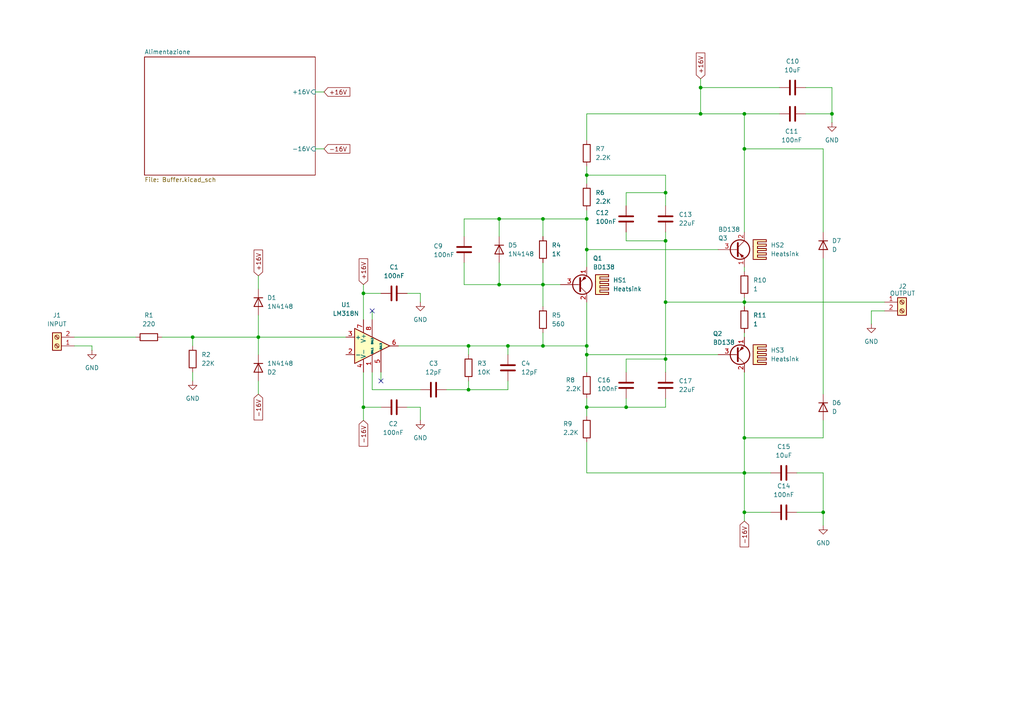
<source format=kicad_sch>
(kicad_sch (version 20231120) (generator "eeschema") (generator_version "8.0")
  (paper "A4")
  (lib_symbols
    (symbol "Amplifier_Operational:LM318N" (pin_names (offset 0.127))
      (property "Reference" "U" (at 3.81 3.81 0))
      (property "Value" "LM318N" (at 3.81 -3.81 0))
      (symbol "LM318N_0_1"
        (polyline (pts (xy 5.08 0) (xy -5.08 5.08) (xy -5.08 -5.08) (xy 5.08 0)) (stroke (width 0.254)) (fill (type background)))
      )
      (symbol "LM318N_1_1"
        (pin passive line (at 0 -7.62 90) (length 5.08) (name "BAL1") (number "1"))
        (pin input line (at -7.62 -2.54 0) (length 2.54) (name "-") (number "2"))
        (pin input line (at -7.62 2.54 0) (length 2.54) (name "+") (number "3"))
        (pin power_in line (at -2.54 -7.62 90) (length 3.81) (name "V-") (number "4"))
        (pin passive line (at 2.54 -7.62 90) (length 6.35) (name "BAL3") (number "5"))
        (pin output line (at 7.62 0 180) (length 2.54) (name "~") (number "6"))
        (pin power_in line (at -2.54 7.62 270) (length 3.81) (name "V+") (number "7"))
        (pin passive line (at 0 7.62 270) (length 5.08) (name "BAL2") (number "8"))
      )
    )
    (symbol "Connector:Screw_Terminal_01x02" (pin_names (offset 1.016) hide)
      (property "Reference" "J" (at 0 2.54 0))
      (property "Value" "Screw_Terminal_01x02" (at 0 -5.08 0))
      (symbol "Screw_Terminal_01x02_1_1"
        (rectangle (start -1.27 1.27) (end 1.27 -3.81) (stroke (width 0.254)) (fill (type background)))
        (circle (center 0 -2.54) (radius 0.635) (stroke (width 0.1524)))
        (polyline (pts (xy -0.5334 -2.2098) (xy 0.3302 -3.048)) (stroke (width 0.1524)))
        (polyline (pts (xy -0.5334 0.3302) (xy 0.3302 -0.508)) (stroke (width 0.1524)))
        (polyline (pts (xy -0.3556 -2.032) (xy 0.508 -2.8702)) (stroke (width 0.1524)))
        (polyline (pts (xy -0.3556 0.508) (xy 0.508 -0.3302)) (stroke (width 0.1524)))
        (circle (center 0 0) (radius 0.635) (stroke (width 0.1524)))
        (pin passive line (at -5.08 0 0) (length 3.81) (name "Pin_1") (number "1"))
        (pin passive line (at -5.08 -2.54 0) (length 3.81) (name "Pin_2") (number "2"))
      )
    )
    (symbol "Device:C" (pin_numbers hide) (pin_names (offset 0.254))
      (property "Reference" "C" (at 0.635 2.54 0))
      (property "Value" "C" (at 0.635 -2.54 0))
      (symbol "C_0_1"
        (polyline (pts (xy -2.032 -0.762) (xy 2.032 -0.762)) (stroke (width 0.508)))
        (polyline (pts (xy -2.032 0.762) (xy 2.032 0.762)) (stroke (width 0.508)))
      )
      (symbol "C_1_1"
        (pin passive line (at 0 3.81 270) (length 2.794) (name "~") (number "1"))
        (pin passive line (at 0 -3.81 90) (length 2.794) (name "~") (number "2"))
      )
    )
    (symbol "Device:D" (pin_numbers hide) (pin_names (offset 1.016) hide)
      (property "Reference" "D" (at 0 2.54 0))
      (property "Value" "D" (at 0 -2.54 0))
      (symbol "D_0_1"
        (polyline (pts (xy -1.27 1.27) (xy -1.27 -1.27)) (stroke (width 0.254)))
        (polyline (pts (xy 1.27 0) (xy -1.27 0)))
        (polyline (pts (xy 1.27 1.27) (xy 1.27 -1.27) (xy -1.27 0) (xy 1.27 1.27)) (stroke (width 0.254)))
      )
      (symbol "D_1_1"
        (pin passive line (at -3.81 0 0) (length 2.54) (name "K") (number "1"))
        (pin passive line (at 3.81 0 180) (length 2.54) (name "A") (number "2"))
      )
    )
    (symbol "Device:R" (pin_numbers hide) (pin_names (offset 0))
      (property "Reference" "R" (at 2.032 0 90))
      (property "Value" "R" (at 0 0 90))
      (symbol "R_0_1"
        (rectangle (start -1.016 -2.54) (end 1.016 2.54) (stroke (width 0.254)))
      )
      (symbol "R_1_1"
        (pin passive line (at 0 3.81 270) (length 1.27) (name "~") (number "1"))
        (pin passive line (at 0 -3.81 90) (length 1.27) (name "~") (number "2"))
      )
    )
    (symbol "Diode:1N4148" (pin_numbers hide) (pin_names hide)
      (property "Reference" "D" (at 0 2.54 0))
      (property "Value" "1N4148" (at 0 -2.54 0))
      (symbol "1N4148_0_1"
        (polyline (pts (xy -1.27 1.27) (xy -1.27 -1.27)) (stroke (width 0.254)))
        (polyline (pts (xy 1.27 0) (xy -1.27 0)))
        (polyline (pts (xy 1.27 1.27) (xy 1.27 -1.27) (xy -1.27 0) (xy 1.27 1.27)) (stroke (width 0.254)))
      )
      (symbol "1N4148_1_1"
        (pin passive line (at -3.81 0 0) (length 2.54) (name "K") (number "1"))
        (pin passive line (at 3.81 0 180) (length 2.54) (name "A") (number "2"))
      )
    )
    (symbol "Mechanical:Heatsink" (pin_names (offset 1.016)) (exclude_from_sim yes)
      (property "Reference" "HS" (at 0 5.08 0))
      (property "Value" "Heatsink" (at 0 -1.27 0))
      (symbol "Heatsink_0_1"
        (polyline (pts (xy -0.3302 1.27) (xy -0.9652 1.27) (xy -0.9652 3.81) (xy -1.6002 3.81) (xy -1.6002 1.27) (xy -2.2352 1.27) (xy -2.2352 3.81) (xy -2.8702 3.81) (xy -2.8702 0) (xy -0.9652 0)) (stroke (width 0.254)) (fill (type background)))
        (polyline (pts (xy -0.3302 1.27) (xy -0.3302 3.81) (xy 0.3048 3.81) (xy 0.3048 1.27) (xy 0.9398 1.27) (xy 0.9398 3.81) (xy 1.5748 3.81) (xy 1.5748 1.27) (xy 2.2098 1.27) (xy 2.2098 3.81) (xy 2.8448 3.81) (xy 2.8448 0) (xy -0.9652 0)) (stroke (width 0.254)) (fill (type background)))
      )
    )
    (symbol "Transistor_BJT:BD138" (pin_names (offset 0) hide)
      (property "Reference" "Q" (at 5.08 1.905 0))
      (property "Value" "BD138" (at 5.08 0 0))
      (symbol "BD138_0_1"
        (polyline (pts (xy 0 0) (xy 0.635 0)))
        (polyline (pts (xy 2.54 -2.54) (xy 0.635 -0.635)))
        (polyline (pts (xy 2.54 2.54) (xy 0.635 0.635)))
        (polyline (pts (xy 0.635 1.905) (xy 0.635 -1.905) (xy 0.635 -1.905)) (stroke (width 0.508)) (fill (type outline)))
        (polyline (pts (xy 1.778 -2.286) (xy 2.286 -1.778) (xy 1.27 -1.27) (xy 1.778 -2.286) (xy 1.778 -2.286)) (fill (type outline)))
        (circle (center 1.27 0) (radius 2.8194) (stroke (width 0.3048)))
      )
      (symbol "BD138_1_1"
        (pin passive line (at 2.54 -5.08 90) (length 2.54) (name "E") (number "1"))
        (pin passive line (at 2.54 5.08 270) (length 2.54) (name "C") (number "2"))
        (pin input line (at -5.08 0 0) (length 5.08) (name "B") (number "3"))
      )
    )
    (symbol "power:GND" (power) (pin_numbers hide) (pin_names (offset 0) hide)
      (property "Value" "GND" (at 0 -3.81 0))
      (symbol "GND_0_1"
        (polyline (pts (xy 0 0) (xy 0 -1.27) (xy 1.27 -1.27) (xy 0 -2.54) (xy -1.27 -1.27) (xy 0 -1.27)))
      )
      (symbol "GND_1_1"
        (pin power_in line (at 0 0 270) (length 0) (name "~") (number "1"))
      )
    )
  )
  (junction (at 55.88 97.79))
  (junction (at 193.04 87.63))
  (junction (at 215.9 33.02))
  (junction (at 241.3 33.02))
  (junction (at 144.78 63.5))
  (junction (at 135.89 113.03))
  (junction (at 105.41 85.09))
  (junction (at 215.9 148.59))
  (junction (at 215.9 43.18))
  (junction (at 193.04 55.88))
  (junction (at 170.18 50.8))
  (junction (at 238.76 148.59))
  (junction (at 193.04 104.14))
  (junction (at 157.48 63.5))
  (junction (at 74.93 97.79))
  (junction (at 170.18 100.33))
  (junction (at 147.32 100.33))
  (junction (at 193.04 69.85))
  (junction (at 170.18 118.11))
  (junction (at 135.89 100.33))
  (junction (at 215.9 127))
  (junction (at 170.18 63.5))
  (junction (at 215.9 87.63))
  (junction (at 215.9 137.16))
  (junction (at 170.18 72.39))
  (junction (at 170.18 102.87))
  (junction (at 157.48 100.33))
  (junction (at 203.2 25.4))
  (junction (at 105.41 118.11))
  (junction (at 181.61 118.11))
  (junction (at 157.48 82.55))
  (junction (at 144.78 82.55))
  (junction (at 203.2 33.02))
  (no_connect (at 110.49 110.49))
  (no_connect (at 107.95 90.17))
  (wire (pts (xy 193.04 87.63) (xy 215.9 87.63)))
  (wire (pts (xy 105.41 118.11) (xy 105.41 121.92)))
  (wire (pts (xy 170.18 102.87) (xy 170.18 107.95)))
  (wire (pts (xy 144.78 63.5) (xy 157.48 63.5)))
  (wire (pts (xy 238.76 127) (xy 215.9 127)))
  (wire (pts (xy 181.61 104.14) (xy 193.04 104.14)))
  (wire (pts (xy 74.93 110.49) (xy 74.93 114.3)))
  (wire (pts (xy 121.92 85.09) (xy 118.11 85.09)))
  (wire (pts (xy 203.2 22.86) (xy 203.2 25.4)))
  (wire (pts (xy 193.04 50.8) (xy 170.18 50.8)))
  (wire (pts (xy 170.18 137.16) (xy 170.18 128.27)))
  (wire (pts (xy 241.3 25.4) (xy 241.3 33.02)))
  (wire (pts (xy 193.04 107.95) (xy 193.04 104.14)))
  (wire (pts (xy 147.32 110.49) (xy 147.32 113.03)))
  (wire (pts (xy 144.78 82.55) (xy 157.48 82.55)))
  (wire (pts (xy 193.04 87.63) (xy 193.04 104.14)))
  (wire (pts (xy 134.62 76.2) (xy 134.62 82.55)))
  (wire (pts (xy 238.76 74.93) (xy 238.76 114.3)))
  (wire (pts (xy 107.95 90.17) (xy 107.95 92.71)))
  (wire (pts (xy 238.76 121.92) (xy 238.76 127)))
  (wire (pts (xy 215.9 77.47) (xy 215.9 78.74)))
  (wire (pts (xy 170.18 137.16) (xy 215.9 137.16)))
  (wire (pts (xy 181.61 115.57) (xy 181.61 118.11)))
  (wire (pts (xy 215.9 87.63) (xy 215.9 88.9)))
  (wire (pts (xy 215.9 33.02) (xy 226.06 33.02)))
  (wire (pts (xy 241.3 33.02) (xy 241.3 35.56)))
  (wire (pts (xy 170.18 40.64) (xy 170.18 33.02)))
  (wire (pts (xy 170.18 33.02) (xy 203.2 33.02)))
  (wire (pts (xy 215.9 43.18) (xy 215.9 67.31)))
  (wire (pts (xy 74.93 97.79) (xy 74.93 102.87)))
  (wire (pts (xy 193.04 50.8) (xy 193.04 55.88)))
  (wire (pts (xy 215.9 148.59) (xy 223.52 148.59)))
  (wire (pts (xy 157.48 63.5) (xy 170.18 63.5)))
  (wire (pts (xy 105.41 107.95) (xy 105.41 118.11)))
  (wire (pts (xy 170.18 100.33) (xy 170.18 102.87)))
  (wire (pts (xy 170.18 63.5) (xy 170.18 72.39)))
  (wire (pts (xy 55.88 97.79) (xy 55.88 100.33)))
  (wire (pts (xy 110.49 110.49) (xy 110.49 107.95)))
  (wire (pts (xy 55.88 97.79) (xy 74.93 97.79)))
  (wire (pts (xy 129.54 113.03) (xy 135.89 113.03)))
  (wire (pts (xy 170.18 48.26) (xy 170.18 50.8)))
  (wire (pts (xy 157.48 82.55) (xy 162.56 82.55)))
  (wire (pts (xy 252.73 93.98) (xy 252.73 90.17)))
  (wire (pts (xy 233.68 25.4) (xy 241.3 25.4)))
  (wire (pts (xy 134.62 82.55) (xy 144.78 82.55)))
  (wire (pts (xy 170.18 100.33) (xy 157.48 100.33)))
  (wire (pts (xy 21.59 97.79) (xy 39.37 97.79)))
  (wire (pts (xy 203.2 25.4) (xy 226.06 25.4)))
  (wire (pts (xy 93.98 43.18) (xy 91.44 43.18)))
  (wire (pts (xy 215.9 86.36) (xy 215.9 87.63)))
  (wire (pts (xy 105.41 82.55) (xy 105.41 85.09)))
  (wire (pts (xy 170.18 115.57) (xy 170.18 118.11)))
  (wire (pts (xy 55.88 107.95) (xy 55.88 110.49)))
  (wire (pts (xy 74.93 97.79) (xy 100.33 97.79)))
  (wire (pts (xy 215.9 148.59) (xy 215.9 151.13)))
  (wire (pts (xy 135.89 110.49) (xy 135.89 113.03)))
  (wire (pts (xy 26.67 100.33) (xy 26.67 101.6)))
  (wire (pts (xy 170.18 60.96) (xy 170.18 63.5)))
  (wire (pts (xy 181.61 69.85) (xy 193.04 69.85)))
  (wire (pts (xy 238.76 137.16) (xy 238.76 148.59)))
  (wire (pts (xy 170.18 72.39) (xy 170.18 77.47)))
  (wire (pts (xy 107.95 113.03) (xy 107.95 107.95)))
  (wire (pts (xy 231.14 148.59) (xy 238.76 148.59)))
  (wire (pts (xy 46.99 97.79) (xy 55.88 97.79)))
  (wire (pts (xy 74.93 91.44) (xy 74.93 97.79)))
  (wire (pts (xy 193.04 59.69) (xy 193.04 55.88)))
  (wire (pts (xy 157.48 100.33) (xy 147.32 100.33)))
  (wire (pts (xy 115.57 100.33) (xy 135.89 100.33)))
  (wire (pts (xy 181.61 67.31) (xy 181.61 69.85)))
  (wire (pts (xy 121.92 87.63) (xy 121.92 85.09)))
  (wire (pts (xy 170.18 50.8) (xy 170.18 53.34)))
  (wire (pts (xy 215.9 33.02) (xy 215.9 43.18)))
  (wire (pts (xy 121.92 121.92) (xy 121.92 118.11)))
  (wire (pts (xy 157.48 82.55) (xy 157.48 88.9)))
  (wire (pts (xy 105.41 85.09) (xy 110.49 85.09)))
  (wire (pts (xy 193.04 69.85) (xy 193.04 87.63)))
  (wire (pts (xy 135.89 100.33) (xy 147.32 100.33)))
  (wire (pts (xy 144.78 63.5) (xy 144.78 68.58)))
  (wire (pts (xy 93.98 26.67) (xy 91.44 26.67)))
  (wire (pts (xy 238.76 148.59) (xy 238.76 152.4)))
  (wire (pts (xy 105.41 85.09) (xy 105.41 92.71)))
  (wire (pts (xy 181.61 59.69) (xy 181.61 55.88)))
  (wire (pts (xy 193.04 118.11) (xy 193.04 115.57)))
  (wire (pts (xy 238.76 67.31) (xy 238.76 43.18)))
  (wire (pts (xy 181.61 107.95) (xy 181.61 104.14)))
  (wire (pts (xy 215.9 107.95) (xy 215.9 127)))
  (wire (pts (xy 147.32 102.87) (xy 147.32 100.33)))
  (wire (pts (xy 134.62 63.5) (xy 144.78 63.5)))
  (wire (pts (xy 203.2 25.4) (xy 203.2 33.02)))
  (wire (pts (xy 203.2 33.02) (xy 215.9 33.02)))
  (wire (pts (xy 121.92 118.11) (xy 118.11 118.11)))
  (wire (pts (xy 105.41 118.11) (xy 110.49 118.11)))
  (wire (pts (xy 215.9 87.63) (xy 256.54 87.63)))
  (wire (pts (xy 21.59 100.33) (xy 26.67 100.33)))
  (wire (pts (xy 181.61 118.11) (xy 170.18 118.11)))
  (wire (pts (xy 181.61 118.11) (xy 193.04 118.11)))
  (wire (pts (xy 170.18 118.11) (xy 170.18 120.65)))
  (wire (pts (xy 144.78 76.2) (xy 144.78 82.55)))
  (wire (pts (xy 157.48 76.2) (xy 157.48 82.55)))
  (wire (pts (xy 135.89 100.33) (xy 135.89 102.87)))
  (wire (pts (xy 74.93 80.01) (xy 74.93 83.82)))
  (wire (pts (xy 252.73 90.17) (xy 256.54 90.17)))
  (wire (pts (xy 157.48 63.5) (xy 157.48 68.58)))
  (wire (pts (xy 121.92 113.03) (xy 107.95 113.03)))
  (wire (pts (xy 135.89 113.03) (xy 147.32 113.03)))
  (wire (pts (xy 223.52 137.16) (xy 215.9 137.16)))
  (wire (pts (xy 215.9 127) (xy 215.9 137.16)))
  (wire (pts (xy 215.9 137.16) (xy 215.9 148.59)))
  (wire (pts (xy 134.62 68.58) (xy 134.62 63.5)))
  (wire (pts (xy 157.48 96.52) (xy 157.48 100.33)))
  (wire (pts (xy 233.68 33.02) (xy 241.3 33.02)))
  (wire (pts (xy 215.9 96.52) (xy 215.9 97.79)))
  (wire (pts (xy 170.18 102.87) (xy 208.28 102.87)))
  (wire (pts (xy 238.76 43.18) (xy 215.9 43.18)))
  (wire (pts (xy 170.18 87.63) (xy 170.18 100.33)))
  (wire (pts (xy 181.61 55.88) (xy 193.04 55.88)))
  (wire (pts (xy 170.18 72.39) (xy 208.28 72.39)))
  (wire (pts (xy 193.04 67.31) (xy 193.04 69.85)))
  (wire (pts (xy 231.14 137.16) (xy 238.76 137.16)))
  (global_label "+16V" (shape input) (at 105.41 82.55 90) (property "Intersheetrefs" "${INTERSHEET_REFS}" (effects (hide yes))))
  (global_label "-16V" (shape input) (at 74.93 114.3 270) (property "Intersheetrefs" "${INTERSHEET_REFS}" (effects (hide yes))))
  (global_label "-16V" (shape input) (at 105.41 121.92 270) (property "Intersheetrefs" "${INTERSHEET_REFS}" (effects (hide yes))))
  (global_label "-16V" (shape input) (at 215.9 151.13 270) (property "Intersheetrefs" "${INTERSHEET_REFS}" (effects (hide yes))))
  (global_label "+16V" (shape input) (at 93.98 26.67 0) (property "Intersheetrefs" "${INTERSHEET_REFS}" (effects (hide yes))))
  (global_label "+16V" (shape input) (at 203.2 22.86 90) (property "Intersheetrefs" "${INTERSHEET_REFS}" (effects (hide yes))))
  (global_label "-16V" (shape input) (at 93.98 43.18 0) (property "Intersheetrefs" "${INTERSHEET_REFS}" (effects (hide yes))))
  (global_label "+16V" (shape input) (at 74.93 80.01 90) (property "Intersheetrefs" "${INTERSHEET_REFS}" (effects (hide yes))))
  (symbol (lib_id "power:GND") (at 121.92 87.63 0) (unit 1)
    (property "Reference" "#PWR03" (effects (hide yes)))
    (property "Value" "GND" (at 121.92 92.71 0))
    (property "Description" "Power symbol creates a global label with name \"GND\" , ground" (effects (hide yes)))
  )
  (symbol (lib_id "Device:C") (at 193.04 111.76 0) (unit 1)
    (property "Reference" "C17" (at 196.85 110.4899 0) (effects (justify left)))
    (property "Value" "22uF" (at 196.85 113.0299 0) (effects (justify left)))
    (property "Footprint" "Capacitor_THT:C_Rect_L7.0mm_W2.0mm_P5.00mm" (effects (hide yes)))
    (property "Description" "Unpolarized capacitor" (effects (hide yes)))
  )
  (symbol (lib_id "Device:C") (at 193.04 63.5 0) (unit 1)
    (property "Reference" "C13" (at 196.85 62.2299 0) (effects (justify left)))
    (property "Value" "22uF" (at 196.85 64.7699 0) (effects (justify left)))
    (property "Footprint" "Capacitor_THT:C_Rect_L7.0mm_W2.0mm_P5.00mm" (effects (hide yes)))
    (property "Description" "Unpolarized capacitor" (effects (hide yes)))
  )
  (symbol (lib_id "Mechanical:Heatsink") (at 172.72 82.55 270) (unit 1) (exclude_from_sim yes)
    (property "Reference" "HS1" (at 177.8 81.2672 90) (effects (justify left)))
    (property "Value" "Heatsink" (at 177.8 83.8072 90) (effects (justify left)))
    (property "Description" "Heatsink" (effects (hide yes)))
  )
  (symbol (lib_id "Device:R") (at 170.18 57.15 0) (unit 1)
    (property "Reference" "R6" (at 172.72 55.8799 0) (effects (justify left)))
    (property "Value" "2.2K" (at 172.72 58.4199 0) (effects (justify left)))
    (property "Footprint" "Resistor_THT:R_Axial_DIN0207_L6.3mm_D2.5mm_P7.62mm_Horizontal" (effects (hide yes)))
    (property "Description" "Resistor" (effects (hide yes)))
  )
  (symbol (lib_id "Connector:Screw_Terminal_01x02") (at 16.51 100.33 180) (unit 1)
    (property "Reference" "J1" (at 16.51 91.44 0))
    (property "Value" "INPUT" (at 16.51 93.98 0))
    (property "Footprint" "TerminalBlock:TerminalBlock_Xinya_XY308-2.54-2P_1x02_P2.54mm_Horizontal" (effects (hide yes)))
    (property "Description" "Generic screw terminal, single row, 01x02, script generated (kicad-library-utils/schlib/autogen/connector/)" (effects (hide yes)))
  )
  (symbol (lib_id "Amplifier_Operational:LM318N") (at 107.95 100.33 0) (unit 1)
    (property "Reference" "U1" (at 100.33 88.392 0))
    (property "Value" "LM318N" (at 100.33 90.932 0))
    (property "Footprint" "Package_DIP:CERDIP-8_W7.62mm_SideBrazed_Socket" (effects (hide yes)))
    (property "Datasheet" "http://www.ti.com/lit/ds/symlink/lm318-n.pdf" (effects (hide yes)))
    (property "Description" "Operational Amplifier, DIP-8" (effects (hide yes)))
  )
  (symbol (lib_id "Diode:1N4148") (at 74.93 106.68 90) (mirror x) (unit 1)
    (property "Reference" "D2" (at 77.47 107.9501 90) (effects (justify right)))
    (property "Value" "1N4148" (at 77.47 105.4101 90) (effects (justify right)))
    (property "Footprint" "Diode_THT:D_DO-35_SOD27_P7.62mm_Horizontal" (effects (hide yes)))
    (property "Datasheet" "https://assets.nexperia.com/documents/data-sheet/1N4148_1N4448.pdf" (effects (hide yes)))
    (property "Description" "100V 0.15A standard switching diode, DO-35" (effects (hide yes)))
    (property "Sim.Device" "D" (effects (hide yes)))
    (property "Sim.Pins" "1=K 2=A" (effects (hide yes)))
  )
  (symbol (lib_id "Device:C") (at 114.3 85.09 90) (unit 1)
    (property "Reference" "C1" (at 114.3 77.47 90))
    (property "Value" "100nF" (at 114.3 80.01 90))
    (property "Footprint" "Capacitor_THT:C_Rect_L7.0mm_W2.0mm_P5.00mm" (effects (hide yes)))
    (property "Description" "Unpolarized capacitor" (effects (hide yes)))
  )
  (symbol (lib_id "Device:D") (at 238.76 71.12 270) (unit 1)
    (property "Reference" "D7" (at 241.3 69.8499 90) (effects (justify left)))
    (property "Value" "D" (at 241.3 72.3899 90) (effects (justify left)))
    (property "Footprint" "Diode_THT:D_DO-35_SOD27_P7.62mm_Horizontal" (effects (hide yes)))
    (property "Description" "Diode" (effects (hide yes)))
    (property "Sim.Device" "D" (effects (hide yes)))
    (property "Sim.Pins" "1=K 2=A" (effects (hide yes)))
  )
  (symbol (lib_id "Device:R") (at 170.18 124.46 0) (unit 1)
    (property "Reference" "R9" (at 163.322 122.936 0) (effects (justify left)))
    (property "Value" "2.2K" (at 163.322 125.476 0) (effects (justify left)))
    (property "Footprint" "Resistor_THT:R_Axial_DIN0207_L6.3mm_D2.5mm_P7.62mm_Horizontal" (effects (hide yes)))
    (property "Description" "Resistor" (effects (hide yes)))
  )
  (symbol (lib_id "Diode:1N4148") (at 74.93 87.63 270) (unit 1)
    (property "Reference" "D1" (at 77.47 86.3599 90) (effects (justify left)))
    (property "Value" "1N4148" (at 77.47 88.8999 90) (effects (justify left)))
    (property "Footprint" "Diode_THT:D_DO-35_SOD27_P7.62mm_Horizontal" (effects (hide yes)))
    (property "Datasheet" "https://assets.nexperia.com/documents/data-sheet/1N4148_1N4448.pdf" (effects (hide yes)))
    (property "Description" "100V 0.15A standard switching diode, DO-35" (effects (hide yes)))
    (property "Sim.Device" "D" (effects (hide yes)))
    (property "Sim.Pins" "1=K 2=A" (effects (hide yes)))
  )
  (symbol (lib_id "power:GND") (at 238.76 152.4 0) (unit 1)
    (property "Reference" "#PWR010" (effects (hide yes)))
    (property "Value" "GND" (at 238.76 157.48 0))
    (property "Description" "Power symbol creates a global label with name \"GND\" , ground" (effects (hide yes)))
  )
  (symbol (lib_id "Transistor_BJT:BD138") (at 213.36 72.39 0) (unit 1)
    (property "Reference" "Q3" (at 208.28 69.088 0) (effects (justify left)))
    (property "Value" "BD138" (at 208.28 66.548 0) (effects (justify left)))
    (property "Footprint" "Package_TO_SOT_THT:TO-126-3_Vertical" (effects (hide yes)))
    (property "Datasheet" "http://www.st.com/internet/com/TECHNICAL_RESOURCES/TECHNICAL_LITERATURE/DATASHEET/CD00001225.pdf" (effects (hide yes)))
    (property "Description" "1.5A Ic, 60V Vce, Low Voltage Transistor, TO-126" (effects (hide yes)))
  )
  (symbol (lib_id "Device:R") (at 55.88 104.14 0) (unit 1)
    (property "Reference" "R2" (at 58.42 102.8699 0) (effects (justify left)))
    (property "Value" "22K" (at 58.42 105.4099 0) (effects (justify left)))
    (property "Footprint" "Resistor_THT:R_Axial_DIN0207_L6.3mm_D2.5mm_P7.62mm_Horizontal" (effects (hide yes)))
    (property "Description" "Resistor" (effects (hide yes)))
  )
  (symbol (lib_id "power:GND") (at 241.3 35.56 0) (unit 1)
    (property "Reference" "#PWR05" (effects (hide yes)))
    (property "Value" "GND" (at 241.3 40.64 0))
    (property "Description" "Power symbol creates a global label with name \"GND\" , ground" (effects (hide yes)))
  )
  (symbol (lib_id "Mechanical:Heatsink") (at 218.44 72.39 270) (unit 1) (exclude_from_sim yes)
    (property "Reference" "HS2" (at 223.52 71.1072 90) (effects (justify left)))
    (property "Value" "Heatsink" (at 223.52 73.6472 90) (effects (justify left)))
    (property "Description" "Heatsink" (effects (hide yes)))
  )
  (symbol (lib_id "Device:C") (at 147.32 106.68 0) (unit 1)
    (property "Reference" "C4" (at 151.13 105.4099 0) (effects (justify left)))
    (property "Value" "12pF" (at 151.13 107.9499 0) (effects (justify left)))
    (property "Footprint" "Capacitor_THT:C_Rect_L7.0mm_W2.0mm_P5.00mm" (effects (hide yes)))
    (property "Description" "Unpolarized capacitor" (effects (hide yes)))
  )
  (symbol (lib_id "power:GND") (at 26.67 101.6 0) (unit 1)
    (property "Reference" "#PWR01" (effects (hide yes)))
    (property "Value" "GND" (at 26.67 106.68 0))
    (property "Description" "Power symbol creates a global label with name \"GND\" , ground" (effects (hide yes)))
  )
  (symbol (lib_id "power:GND") (at 252.73 93.98 0) (unit 1)
    (property "Reference" "#PWR011" (effects (hide yes)))
    (property "Value" "GND" (at 252.73 99.06 0))
    (property "Description" "Power symbol creates a global label with name \"GND\" , ground" (effects (hide yes)))
  )
  (symbol (lib_id "Device:R") (at 215.9 82.55 0) (unit 1)
    (property "Reference" "R10" (at 218.44 81.2799 0) (effects (justify left)))
    (property "Value" "1" (at 218.44 83.8199 0) (effects (justify left)))
    (property "Footprint" "Resistor_SMD:R_2512_6332Metric_Pad1.40x3.35mm_HandSolder" (effects (hide yes)))
    (property "Description" "Resistor" (effects (hide yes)))
  )
  (symbol (lib_id "Device:R") (at 43.18 97.79 90) (unit 1)
    (property "Reference" "R1" (at 43.18 91.44 90))
    (property "Value" "220" (at 43.18 93.98 90))
    (property "Footprint" "Resistor_THT:R_Axial_DIN0207_L6.3mm_D2.5mm_P7.62mm_Horizontal" (effects (hide yes)))
    (property "Description" "Resistor" (effects (hide yes)))
  )
  (symbol (lib_id "Device:R") (at 157.48 92.71 0) (unit 1)
    (property "Reference" "R5" (at 160.02 91.4399 0) (effects (justify left)))
    (property "Value" "560" (at 160.02 93.9799 0) (effects (justify left)))
    (property "Footprint" "Resistor_THT:R_Axial_DIN0207_L6.3mm_D2.5mm_P7.62mm_Horizontal" (effects (hide yes)))
    (property "Description" "Resistor" (effects (hide yes)))
  )
  (symbol (lib_id "Device:C") (at 227.33 137.16 90) (unit 1)
    (property "Reference" "C15" (at 227.33 129.54 90))
    (property "Value" "10uF" (at 227.33 132.08 90))
    (property "Footprint" "Capacitor_THT:C_Rect_L7.0mm_W2.0mm_P5.00mm" (effects (hide yes)))
    (property "Description" "Unpolarized capacitor" (effects (hide yes)))
  )
  (symbol (lib_id "Device:C") (at 134.62 72.39 0) (unit 1)
    (property "Reference" "C9" (at 125.73 71.374 0) (effects (justify left)))
    (property "Value" "100nF" (at 125.73 73.914 0) (effects (justify left)))
    (property "Footprint" "Capacitor_THT:C_Rect_L7.0mm_W2.0mm_P5.00mm" (effects (hide yes)))
    (property "Description" "Unpolarized capacitor" (effects (hide yes)))
  )
  (symbol (lib_id "Device:R") (at 157.48 72.39 0) (unit 1)
    (property "Reference" "R4" (at 160.02 71.1199 0) (effects (justify left)))
    (property "Value" "1K" (at 160.02 73.6599 0) (effects (justify left)))
    (property "Footprint" "Resistor_THT:R_Axial_DIN0207_L6.3mm_D2.5mm_P7.62mm_Horizontal" (effects (hide yes)))
    (property "Description" "Resistor" (effects (hide yes)))
  )
  (symbol (lib_id "Device:R") (at 170.18 44.45 0) (unit 1)
    (property "Reference" "R7" (at 172.72 43.1799 0) (effects (justify left)))
    (property "Value" "2.2K" (at 172.72 45.7199 0) (effects (justify left)))
    (property "Footprint" "Resistor_THT:R_Axial_DIN0207_L6.3mm_D2.5mm_P7.62mm_Horizontal" (effects (hide yes)))
    (property "Description" "Resistor" (effects (hide yes)))
  )
  (symbol (lib_id "Connector:Screw_Terminal_01x02") (at 261.62 87.63 0) (unit 1)
    (property "Reference" "J2" (at 260.604 83.058 0) (effects (justify left)))
    (property "Value" "OUTPUT" (at 258.064 85.09 0) (effects (justify left)))
    (property "Footprint" "TerminalBlock:TerminalBlock_Xinya_XY308-2.54-2P_1x02_P2.54mm_Horizontal" (effects (hide yes)))
    (property "Description" "Generic screw terminal, single row, 01x02, script generated (kicad-library-utils/schlib/autogen/connector/)" (effects (hide yes)))
  )
  (symbol (lib_id "Device:R") (at 135.89 106.68 0) (unit 1)
    (property "Reference" "R3" (at 138.43 105.4099 0) (effects (justify left)))
    (property "Value" "10K" (at 138.43 107.9499 0) (effects (justify left)))
    (property "Footprint" "Resistor_THT:R_Axial_DIN0207_L6.3mm_D2.5mm_P7.62mm_Horizontal" (effects (hide yes)))
    (property "Description" "Resistor" (effects (hide yes)))
  )
  (symbol (lib_id "power:GND") (at 121.92 121.92 0) (unit 1)
    (property "Reference" "#PWR04" (effects (hide yes)))
    (property "Value" "GND" (at 121.92 127 0))
    (property "Description" "Power symbol creates a global label with name \"GND\" , ground" (effects (hide yes)))
  )
  (symbol (lib_id "Mechanical:Heatsink") (at 218.44 102.87 270) (unit 1) (exclude_from_sim yes)
    (property "Reference" "HS3" (at 223.52 101.5872 90) (effects (justify left)))
    (property "Value" "Heatsink" (at 223.52 104.1272 90) (effects (justify left)))
    (property "Description" "Heatsink" (effects (hide yes)))
  )
  (symbol (lib_id "Device:C") (at 181.61 111.76 0) (unit 1)
    (property "Reference" "C16" (at 173.228 110.236 0) (effects (justify left)))
    (property "Value" "100nF" (at 173.228 112.776 0) (effects (justify left)))
    (property "Footprint" "Capacitor_THT:C_Rect_L7.0mm_W2.0mm_P5.00mm" (effects (hide yes)))
    (property "Description" "Unpolarized capacitor" (effects (hide yes)))
  )
  (symbol (lib_id "Device:R") (at 170.18 111.76 0) (unit 1)
    (property "Reference" "R8" (at 164.084 110.236 0) (effects (justify left)))
    (property "Value" "2.2K" (at 164.084 112.776 0) (effects (justify left)))
    (property "Footprint" "Resistor_THT:R_Axial_DIN0207_L6.3mm_D2.5mm_P7.62mm_Horizontal" (effects (hide yes)))
    (property "Description" "Resistor" (effects (hide yes)))
  )
  (symbol (lib_id "Device:C") (at 227.33 148.59 90) (unit 1)
    (property "Reference" "C14" (at 227.33 140.97 90))
    (property "Value" "100nF" (at 227.33 143.51 90))
    (property "Footprint" "Capacitor_THT:C_Rect_L7.0mm_W2.0mm_P5.00mm" (effects (hide yes)))
    (property "Description" "Unpolarized capacitor" (effects (hide yes)))
  )
  (symbol (lib_id "power:GND") (at 55.88 110.49 0) (unit 1)
    (property "Reference" "#PWR02" (effects (hide yes)))
    (property "Value" "GND" (at 55.88 115.57 0))
    (property "Description" "Power symbol creates a global label with name \"GND\" , ground" (effects (hide yes)))
  )
  (symbol (lib_id "Device:C") (at 229.87 25.4 90) (unit 1)
    (property "Reference" "C10" (at 229.87 17.78 90))
    (property "Value" "10uF" (at 229.87 20.32 90))
    (property "Footprint" "Capacitor_THT:C_Rect_L7.0mm_W2.0mm_P5.00mm" (effects (hide yes)))
    (property "Description" "Unpolarized capacitor" (effects (hide yes)))
  )
  (symbol (lib_id "Device:C") (at 125.73 113.03 90) (unit 1)
    (property "Reference" "C3" (at 125.73 105.41 90))
    (property "Value" "12pF" (at 125.73 107.95 90))
    (property "Footprint" "Capacitor_THT:C_Rect_L7.0mm_W2.0mm_P5.00mm" (effects (hide yes)))
    (property "Description" "Unpolarized capacitor" (effects (hide yes)))
  )
  (symbol (lib_id "Device:C") (at 114.3 118.11 90) (unit 1)
    (property "Reference" "C2" (at 114.046 122.936 90))
    (property "Value" "100nF" (at 114.046 125.476 90))
    (property "Footprint" "Capacitor_THT:C_Rect_L7.0mm_W2.0mm_P5.00mm" (effects (hide yes)))
    (property "Description" "Unpolarized capacitor" (effects (hide yes)))
  )
  (symbol (lib_id "Diode:1N4148") (at 144.78 72.39 270) (unit 1)
    (property "Reference" "D5" (at 147.32 71.1199 90) (effects (justify left)))
    (property "Value" "1N4148" (at 147.32 73.6599 90) (effects (justify left)))
    (property "Footprint" "Diode_THT:D_DO-35_SOD27_P7.62mm_Horizontal" (effects (hide yes)))
    (property "Datasheet" "https://assets.nexperia.com/documents/data-sheet/1N4148_1N4448.pdf" (effects (hide yes)))
    (property "Description" "100V 0.15A standard switching diode, DO-35" (effects (hide yes)))
    (property "Sim.Device" "D" (effects (hide yes)))
    (property "Sim.Pins" "1=K 2=A" (effects (hide yes)))
  )
  (symbol (lib_id "Device:R") (at 215.9 92.71 0) (unit 1)
    (property "Reference" "R11" (at 218.44 91.4399 0) (effects (justify left)))
    (property "Value" "1" (at 218.44 93.9799 0) (effects (justify left)))
    (property "Footprint" "Resistor_SMD:R_2512_6332Metric_Pad1.40x3.35mm_HandSolder" (effects (hide yes)))
    (property "Description" "Resistor" (effects (hide yes)))
  )
  (symbol (lib_id "Transistor_BJT:BD138") (at 167.64 82.55 0) (mirror x) (unit 1)
    (property "Reference" "Q1" (at 171.958 74.93 0) (effects (justify left)))
    (property "Value" "BD138" (at 171.958 77.47 0) (effects (justify left)))
    (property "Footprint" "Package_TO_SOT_THT:TO-126-3_Vertical" (effects (hide yes)))
    (property "Datasheet" "http://www.st.com/internet/com/TECHNICAL_RESOURCES/TECHNICAL_LITERATURE/DATASHEET/CD00001225.pdf" (effects (hide yes)))
    (property "Description" "1.5A Ic, 60V Vce, Low Voltage Transistor, TO-126" (effects (hide yes)))
  )
  (symbol (lib_id "Device:D") (at 238.76 118.11 270) (unit 1)
    (property "Reference" "D6" (at 241.3 116.8399 90) (effects (justify left)))
    (property "Value" "D" (at 241.3 119.3799 90) (effects (justify left)))
    (property "Footprint" "Diode_THT:D_DO-35_SOD27_P7.62mm_Horizontal" (effects (hide yes)))
    (property "Description" "Diode" (effects (hide yes)))
    (property "Sim.Device" "D" (effects (hide yes)))
    (property "Sim.Pins" "1=K 2=A" (effects (hide yes)))
  )
  (symbol (lib_id "Transistor_BJT:BD138") (at 213.36 102.87 0) (mirror x) (unit 1)
    (property "Reference" "Q2" (at 206.756 96.774 0) (effects (justify left)))
    (property "Value" "BD138" (at 206.756 99.314 0) (effects (justify left)))
    (property "Footprint" "Package_TO_SOT_THT:TO-126-3_Vertical" (effects (hide yes)))
    (property "Datasheet" "http://www.st.com/internet/com/TECHNICAL_RESOURCES/TECHNICAL_LITERATURE/DATASHEET/CD00001225.pdf" (effects (hide yes)))
    (property "Description" "1.5A Ic, 60V Vce, Low Voltage Transistor, TO-126" (effects (hide yes)))
  )
  (symbol (lib_id "Device:C") (at 229.87 33.02 270) (unit 1)
    (property "Reference" "C11" (at 229.616 38.1 90))
    (property "Value" "100nF" (at 229.616 40.64 90))
    (property "Footprint" "Capacitor_THT:C_Rect_L7.0mm_W2.0mm_P5.00mm" (effects (hide yes)))
    (property "Description" "Unpolarized capacitor" (effects (hide yes)))
  )
  (symbol (lib_id "Device:C") (at 181.61 63.5 0) (unit 1)
    (property "Reference" "C12" (at 172.72 61.722 0) (effects (justify left)))
    (property "Value" "100nF" (at 172.72 64.262 0) (effects (justify left)))
    (property "Footprint" "Capacitor_THT:C_Rect_L7.0mm_W2.0mm_P5.00mm" (effects (hide yes)))
    (property "Description" "Unpolarized capacitor" (effects (hide yes)))
  )
  (sheet (at 41.91 16.51) (size 49.53 34.29) (stroke (width 0.1524))
    (property "Sheetname" "Alimentazione" (at 41.91 15.7984 0) (effects (justify left bottom)))
    (property "Sheetfile" "Buffer.kicad_sch" (at 41.91 51.3846 0) (effects (justify left top)))
    (pin "+16V" input (at 91.44 26.67 0))
    (pin "-16V" input (at 91.44 43.18 0))
  )
)
</source>
